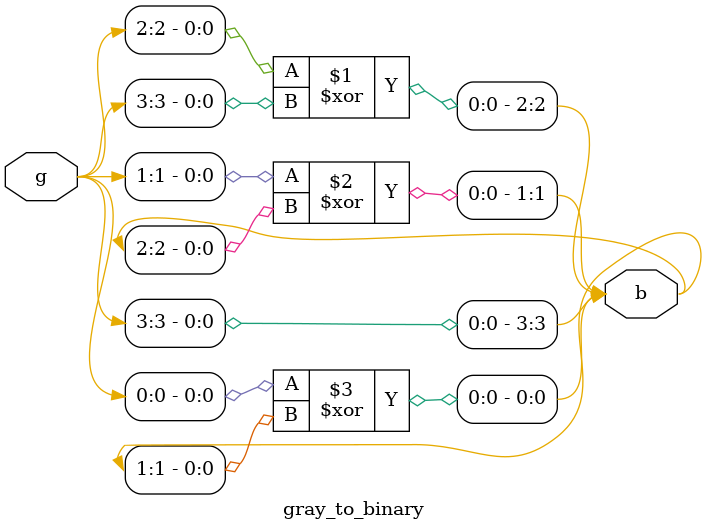
<source format=v>
`timescale 1ns / 1ps


module gray_to_binary(
    input [3:0] g,
    output [3:0] b
    );
    
    assign b[3]=g[3];
    assign b[2]=g[2]^b[3];
    assign b[1]=g[1]^b[2];
    assign b[0]=g[0]^b[1]; 
endmodule

</source>
